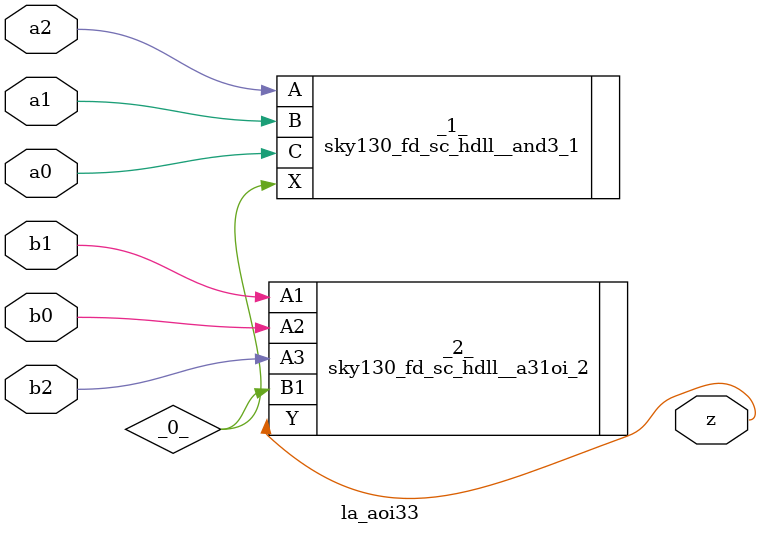
<source format=v>

/* Generated by Yosys 0.44 (git sha1 80ba43d26, g++ 11.4.0-1ubuntu1~22.04 -fPIC -O3) */

(* top =  1  *)
(* src = "inputs/la_aoi33.v:10.1-24.10" *)
module la_aoi33 (
    a0,
    a1,
    a2,
    b0,
    b1,
    b2,
    z
);
  wire _0_;
  (* src = "inputs/la_aoi33.v:13.12-13.14" *)
  input a0;
  wire a0;
  (* src = "inputs/la_aoi33.v:14.12-14.14" *)
  input a1;
  wire a1;
  (* src = "inputs/la_aoi33.v:15.12-15.14" *)
  input a2;
  wire a2;
  (* src = "inputs/la_aoi33.v:16.12-16.14" *)
  input b0;
  wire b0;
  (* src = "inputs/la_aoi33.v:17.12-17.14" *)
  input b1;
  wire b1;
  (* src = "inputs/la_aoi33.v:18.12-18.14" *)
  input b2;
  wire b2;
  (* src = "inputs/la_aoi33.v:19.12-19.13" *)
  output z;
  wire z;
  sky130_fd_sc_hdll__and3_1 _1_ (
      .A(a2),
      .B(a1),
      .C(a0),
      .X(_0_)
  );
  sky130_fd_sc_hdll__a31oi_2 _2_ (
      .A1(b1),
      .A2(b0),
      .A3(b2),
      .B1(_0_),
      .Y (z)
  );
endmodule

</source>
